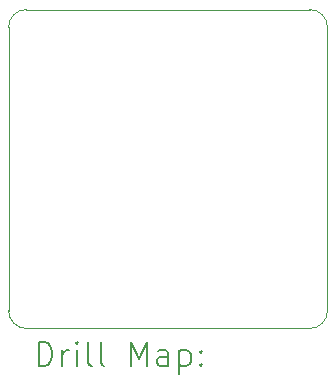
<source format=gbr>
%TF.GenerationSoftware,KiCad,Pcbnew,8.0.3*%
%TF.CreationDate,2024-10-06T18:51:10+08:00*%
%TF.ProjectId,Neko_Wireless_Transmission,4e656b6f-5f57-4697-9265-6c6573735f54,rev?*%
%TF.SameCoordinates,Original*%
%TF.FileFunction,Drillmap*%
%TF.FilePolarity,Positive*%
%FSLAX45Y45*%
G04 Gerber Fmt 4.5, Leading zero omitted, Abs format (unit mm)*
G04 Created by KiCad (PCBNEW 8.0.3) date 2024-10-06 18:51:10*
%MOMM*%
%LPD*%
G01*
G04 APERTURE LIST*
%ADD10C,0.050000*%
%ADD11C,0.100000*%
%ADD12C,0.200000*%
G04 APERTURE END LIST*
D10*
X2377066Y-6435066D02*
X2377066Y-8834934D01*
X4926934Y-6285066D02*
X2527066Y-6285066D01*
X5076934Y-8834934D02*
X5076934Y-6435066D01*
X2527066Y-8984934D02*
X4926934Y-8984934D01*
D11*
X5076934Y-8834934D02*
G75*
G02*
X4926934Y-8984934I-150000J0D01*
G01*
X2527066Y-8984934D02*
G75*
G02*
X2377066Y-8834934I0J150000D01*
G01*
X4926934Y-6285066D02*
G75*
G02*
X5076934Y-6435066I0J-150000D01*
G01*
X2377066Y-6435066D02*
G75*
G02*
X2527066Y-6285066I150000J0D01*
G01*
D12*
X2632843Y-9301418D02*
X2632843Y-9101418D01*
X2632843Y-9101418D02*
X2680462Y-9101418D01*
X2680462Y-9101418D02*
X2709033Y-9110942D01*
X2709033Y-9110942D02*
X2728081Y-9129989D01*
X2728081Y-9129989D02*
X2737605Y-9149037D01*
X2737605Y-9149037D02*
X2747129Y-9187132D01*
X2747129Y-9187132D02*
X2747129Y-9215704D01*
X2747129Y-9215704D02*
X2737605Y-9253799D01*
X2737605Y-9253799D02*
X2728081Y-9272846D01*
X2728081Y-9272846D02*
X2709033Y-9291894D01*
X2709033Y-9291894D02*
X2680462Y-9301418D01*
X2680462Y-9301418D02*
X2632843Y-9301418D01*
X2832843Y-9301418D02*
X2832843Y-9168084D01*
X2832843Y-9206180D02*
X2842367Y-9187132D01*
X2842367Y-9187132D02*
X2851890Y-9177608D01*
X2851890Y-9177608D02*
X2870938Y-9168084D01*
X2870938Y-9168084D02*
X2889986Y-9168084D01*
X2956652Y-9301418D02*
X2956652Y-9168084D01*
X2956652Y-9101418D02*
X2947128Y-9110942D01*
X2947128Y-9110942D02*
X2956652Y-9120465D01*
X2956652Y-9120465D02*
X2966176Y-9110942D01*
X2966176Y-9110942D02*
X2956652Y-9101418D01*
X2956652Y-9101418D02*
X2956652Y-9120465D01*
X3080462Y-9301418D02*
X3061414Y-9291894D01*
X3061414Y-9291894D02*
X3051890Y-9272846D01*
X3051890Y-9272846D02*
X3051890Y-9101418D01*
X3185224Y-9301418D02*
X3166176Y-9291894D01*
X3166176Y-9291894D02*
X3156652Y-9272846D01*
X3156652Y-9272846D02*
X3156652Y-9101418D01*
X3413795Y-9301418D02*
X3413795Y-9101418D01*
X3413795Y-9101418D02*
X3480462Y-9244275D01*
X3480462Y-9244275D02*
X3547128Y-9101418D01*
X3547128Y-9101418D02*
X3547128Y-9301418D01*
X3728081Y-9301418D02*
X3728081Y-9196656D01*
X3728081Y-9196656D02*
X3718557Y-9177608D01*
X3718557Y-9177608D02*
X3699509Y-9168084D01*
X3699509Y-9168084D02*
X3661414Y-9168084D01*
X3661414Y-9168084D02*
X3642367Y-9177608D01*
X3728081Y-9291894D02*
X3709033Y-9301418D01*
X3709033Y-9301418D02*
X3661414Y-9301418D01*
X3661414Y-9301418D02*
X3642367Y-9291894D01*
X3642367Y-9291894D02*
X3632843Y-9272846D01*
X3632843Y-9272846D02*
X3632843Y-9253799D01*
X3632843Y-9253799D02*
X3642367Y-9234751D01*
X3642367Y-9234751D02*
X3661414Y-9225227D01*
X3661414Y-9225227D02*
X3709033Y-9225227D01*
X3709033Y-9225227D02*
X3728081Y-9215704D01*
X3823319Y-9168084D02*
X3823319Y-9368084D01*
X3823319Y-9177608D02*
X3842367Y-9168084D01*
X3842367Y-9168084D02*
X3880462Y-9168084D01*
X3880462Y-9168084D02*
X3899509Y-9177608D01*
X3899509Y-9177608D02*
X3909033Y-9187132D01*
X3909033Y-9187132D02*
X3918557Y-9206180D01*
X3918557Y-9206180D02*
X3918557Y-9263323D01*
X3918557Y-9263323D02*
X3909033Y-9282370D01*
X3909033Y-9282370D02*
X3899509Y-9291894D01*
X3899509Y-9291894D02*
X3880462Y-9301418D01*
X3880462Y-9301418D02*
X3842367Y-9301418D01*
X3842367Y-9301418D02*
X3823319Y-9291894D01*
X4004271Y-9282370D02*
X4013795Y-9291894D01*
X4013795Y-9291894D02*
X4004271Y-9301418D01*
X4004271Y-9301418D02*
X3994748Y-9291894D01*
X3994748Y-9291894D02*
X4004271Y-9282370D01*
X4004271Y-9282370D02*
X4004271Y-9301418D01*
X4004271Y-9177608D02*
X4013795Y-9187132D01*
X4013795Y-9187132D02*
X4004271Y-9196656D01*
X4004271Y-9196656D02*
X3994748Y-9187132D01*
X3994748Y-9187132D02*
X4004271Y-9177608D01*
X4004271Y-9177608D02*
X4004271Y-9196656D01*
M02*

</source>
